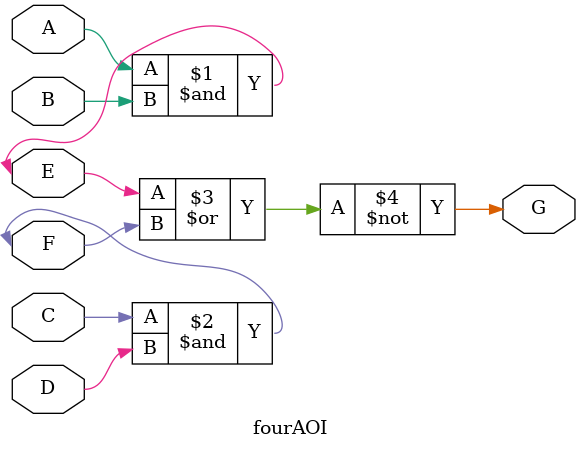
<source format=v>
`timescale 1ns / 1ps


module fourAOI(
    input A,
    input B,
    input C,
    input D,
    inout E,
    inout F,
    output G
    );
    
    assign E = A & B;
    assign F = C & D;
    assign G = ~(E | F);
    
endmodule

</source>
